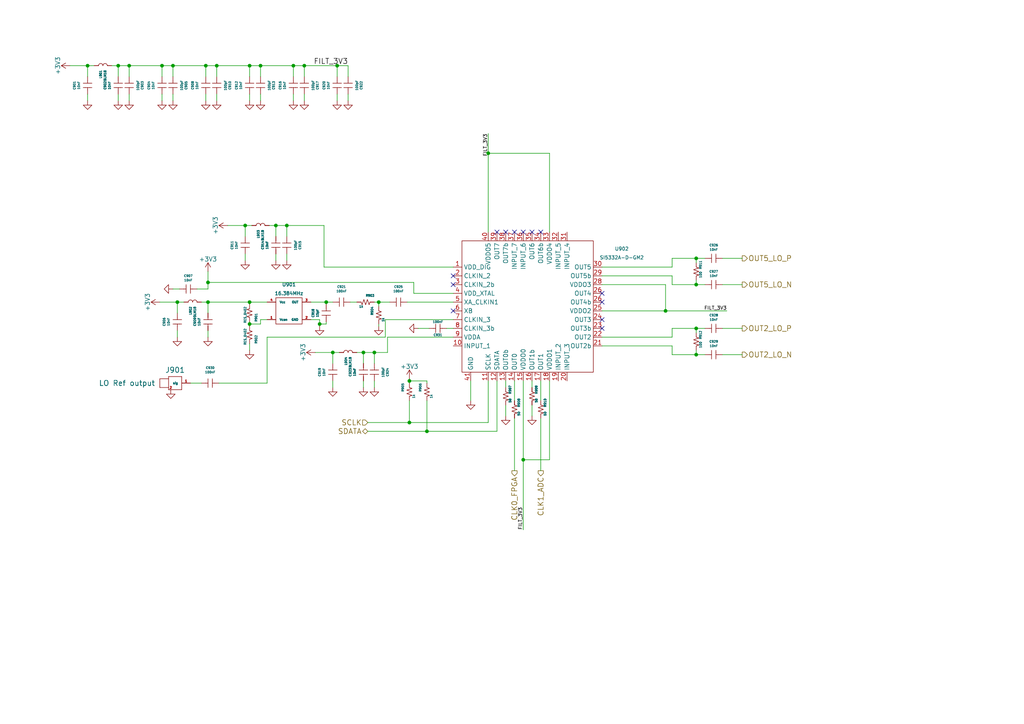
<source format=kicad_sch>
(kicad_sch (version 20211123) (generator eeschema)
  (paper "A4")
  (lib_symbols
    (symbol "SI5332:SI5332A-D-GM2"
      (property "Reference" "U" (at 0 25.4 0))
      (property "Value" "SI5332A-D-GM2" (at 0 27.94 0))
      (symbol "SI5332A-D-GM2_0_1"
        (rectangle (start -19.05 -19.05) (end 19.05 19.05) (stroke (width 0.1524)))
      )
      (symbol "SI5332A-D-GM2_1_1"
        (pin power_in line (at -21.59 11.43 0) (length 2.54) (name "VDD_DIG") (number "1"))
        (pin input line (at -21.59 -11.43 0) (length 2.54) (name "INPUT_1") (number "10"))
        (pin input line (at -11.43 -21.59 90) (length 2.54) (name "SCLK") (number "11"))
        (pin bidirectional line (at -8.89 -21.59 90) (length 2.54) (name "SDATA") (number "12"))
        (pin output line (at -6.35 -21.59 90) (length 2.54) (name "OUT0b") (number "13"))
        (pin output line (at -3.81 -21.59 90) (length 2.54) (name "OUT0") (number "14"))
        (pin power_in line (at -1.27 -21.59 90) (length 2.54) (name "VDDO0") (number "15"))
        (pin output line (at 1.27 -21.59 90) (length 2.54) (name "OUT1b") (number "16"))
        (pin output line (at 3.81 -21.59 90) (length 2.54) (name "OUT1") (number "17"))
        (pin power_in line (at 6.35 -21.59 90) (length 2.54) (name "VDDO1") (number "18"))
        (pin input line (at 8.89 -21.59 90) (length 2.54) (name "INPUT_2") (number "19"))
        (pin input line (at -21.59 8.89 0) (length 2.54) (name "CLKIN_2") (number "2"))
        (pin input line (at 11.43 -21.59 90) (length 2.54) (name "INPUT_3") (number "20"))
        (pin output line (at 21.59 -11.43 180) (length 2.54) (name "OUT2b") (number "21"))
        (pin output line (at 21.59 -8.89 180) (length 2.54) (name "OUT2") (number "22"))
        (pin output line (at 21.59 -6.35 180) (length 2.54) (name "OUT3b") (number "23"))
        (pin output line (at 21.59 -3.81 180) (length 2.54) (name "OUT3") (number "24"))
        (pin power_in line (at 21.59 -1.27 180) (length 2.54) (name "VDDO2") (number "25"))
        (pin output line (at 21.59 3.81 180) (length 2.54) (name "OUT4") (number "26"))
        (pin output line (at 21.59 1.27 180) (length 2.54) (name "OUT4b") (number "26"))
        (pin power_in line (at 21.59 6.35 180) (length 2.54) (name "VDDO3") (number "28"))
        (pin output line (at 21.59 8.89 180) (length 2.54) (name "OUT5b") (number "29"))
        (pin input line (at -21.59 6.35 0) (length 2.54) (name "CLKIN_2b") (number "3"))
        (pin output line (at 21.59 11.43 180) (length 2.54) (name "OUT5") (number "30"))
        (pin input line (at 11.43 21.59 270) (length 2.54) (name "INPUT_4") (number "31"))
        (pin input line (at 8.89 21.59 270) (length 2.54) (name "INPUT_5") (number "32"))
        (pin power_in line (at 6.35 21.59 270) (length 2.54) (name "VDDO4") (number "33"))
        (pin output line (at 3.81 21.59 270) (length 2.54) (name "OUT6b") (number "34"))
        (pin output line (at 1.27 21.59 270) (length 2.54) (name "OUT6") (number "35"))
        (pin input line (at -1.27 21.59 270) (length 2.54) (name "INPUT_6") (number "36"))
        (pin input line (at -3.81 21.59 270) (length 2.54) (name "INPUT_7") (number "37"))
        (pin output line (at -6.35 21.59 270) (length 2.54) (name "OUT7b") (number "38"))
        (pin output line (at -8.89 21.59 270) (length 2.54) (name "OUT7") (number "39"))
        (pin power_in line (at -21.59 3.81 0) (length 2.54) (name "VDD_XTAL") (number "4"))
        (pin power_in line (at -11.43 21.59 270) (length 2.54) (name "VDDO5") (number "40"))
        (pin power_in line (at -16.51 -21.59 90) (length 2.54) (name "GND") (number "41"))
        (pin input line (at -21.59 1.27 0) (length 2.54) (name "XA_CLKIN1") (number "5"))
        (pin input line (at -21.59 -1.27 0) (length 2.54) (name "XB") (number "6"))
        (pin input line (at -21.59 -3.81 0) (length 2.54) (name "CLKIN_3") (number "7"))
        (pin input line (at -21.59 -6.35 0) (length 2.54) (name "CLKIN_3b") (number "8"))
        (pin power_in line (at -21.59 -8.89 0) (length 2.54) (name "VDDA") (number "9"))
      )
    )
    (symbol "adccore-rescue:+3.3V" (power) (pin_names (offset 0))
      (property "Value" "+3.3V" (at 0 3.556 0))
      (symbol "+3.3V_0_1"
        (polyline (pts (xy -0.762 1.27) (xy 0 2.54)))
        (polyline (pts (xy 0 0) (xy 0 2.54)))
        (polyline (pts (xy 0 2.54) (xy 0.762 1.27)))
      )
      (symbol "+3.3V_1_1"
        (pin power_in line (at 0 0 90) (length 0) hide (name "+3V3") (number "1"))
      )
    )
    (symbol "adccore-rescue:GND" (power) (pin_names (offset 0))
      (property "Value" "GND" (at 0 -3.81 0))
      (symbol "GND_0_1"
        (polyline (pts (xy 0 0) (xy 0 -1.27) (xy 1.27 -1.27) (xy 0 -2.54) (xy -1.27 -1.27) (xy 0 -1.27)))
      )
      (symbol "GND_1_1"
        (pin power_in line (at 0 0 270) (length 0) hide (name "GND") (number "1"))
      )
    )
    (symbol "adccore-rescue:RES_0402" (pin_numbers hide) (pin_names (offset 0) hide)
      (property "Reference" "R" (at 0 -2.54 0))
      (property "Value" "RES_0402" (at 0 1.27 0))
      (symbol "RES_0402_0_1"
        (polyline (pts (xy -1.27 0) (xy -1.016 0.762) (xy -0.508 -0.762) (xy 0 0.762) (xy 0.508 -0.762) (xy 1.016 0.762) (xy 1.27 0)))
      )
      (symbol "RES_0402_1_1"
        (pin input line (at -2.54 0 0) (length 1.27) (name "1") (number "1"))
        (pin input line (at 2.54 0 180) (length 1.27) (name "2") (number "2"))
      )
    )
    (symbol "adccore-rescue:SMA_PCB" (pin_names (offset 1.016))
      (property "Reference" "J" (at 7.62 5.08 0))
      (property "Value" "SMA_PCB" (at 0 5.08 0))
      (symbol "SMA_PCB_0_1"
        (rectangle (start -5.08 -1.27) (end -2.54 -1.27))
        (rectangle (start -5.08 1.27) (end -5.08 -1.27))
        (rectangle (start -2.54 -1.905) (end 1.27 -1.905))
        (rectangle (start -2.54 1.27) (end -5.08 1.27))
        (rectangle (start -2.54 1.905) (end -2.54 -1.905))
        (rectangle (start -2.54 1.905) (end 1.27 1.905))
        (rectangle (start 1.27 -1.905) (end 1.27 1.905))
      )
      (symbol "SMA_PCB_1_1"
        (pin power_in line (at 3.81 0 180) (length 2.54) (name "sig") (number "1"))
        (pin power_in line (at -1.905 -1.905 0) (length 0) (name "~") (number "2"))
      )
    )
    (symbol "passives:CAP_0402" (pin_numbers hide) (pin_names (offset 0) hide)
      (property "Reference" "C" (at 0 -2.54 0))
      (property "Value" "CAP_0402" (at 0 1.905 0))
      (symbol "CAP_0402_0_1"
        (polyline (pts (xy -1.27 0) (xy -0.635 0)))
        (polyline (pts (xy -0.635 -1.27) (xy -0.635 1.27)))
        (polyline (pts (xy 0.635 -1.27) (xy 0.635 -0.635)))
        (polyline (pts (xy 0.635 0.635) (xy 0.635 -0.635)))
        (polyline (pts (xy 0.635 1.27) (xy 0.635 0.635)))
        (polyline (pts (xy 1.27 0) (xy 0.635 0)))
      )
      (symbol "CAP_0402_1_1"
        (pin passive line (at -2.54 0 0) (length 1.27) (name "~") (number "1"))
        (pin passive line (at 2.54 0 180) (length 1.27) (name "~") (number "2"))
      )
    )
    (symbol "passives:IND_0603" (pin_numbers hide) (pin_names (offset 0) hide)
      (property "Reference" "L" (at 0 -2.54 0))
      (property "Value" "IND_0603" (at 0 1.27 0))
      (symbol "IND_0603_0_1"
        (arc (start 0 0) (mid -0.635 0.635) (end -1.27 0))
        (arc (start 1.27 0) (mid 0.635 0.635) (end 0 0))
      )
      (symbol "IND_0603_1_1"
        (pin passive line (at -2.54 0 0) (length 1.27) (name "~") (number "1"))
        (pin passive line (at 2.54 0 180) (length 1.27) (name "~") (number "2"))
      )
    )
    (symbol "tcxo:TCXO_SMD_4P" (pin_names (offset 1.016))
      (property "Reference" "U" (at 0 0 0))
      (property "Value" "TCXO_SMD_4P" (at 0 5.08 0))
      (symbol "TCXO_SMD_4P_0_1"
        (rectangle (start -3.81 3.81) (end 3.81 -3.81))
      )
      (symbol "TCXO_SMD_4P_1_1"
        (pin input line (at -6.35 -2.54 0) (length 2.54) (name "Vcon") (number "1"))
        (pin power_in line (at 6.35 -2.54 180) (length 2.54) (name "GND") (number "2"))
        (pin output line (at 6.35 2.54 180) (length 2.54) (name "OUT") (number "3"))
        (pin power_in line (at -6.35 2.54 0) (length 2.54) (name "Vcc") (number "4"))
      )
    )
  )
  (junction (at 105.41 102.235))
  (junction (at 72.39 19.05))
  (junction (at 60.325 81.915))
  (junction (at 25.4 19.05))
  (junction (at 72.39 87.63))
  (junction (at 97.79 19.05))
  (junction (at 72.39 93.98))
  (junction (at 60.325 87.63))
  (junction (at 51.435 87.63))
  (junction (at 92.71 93.98))
  (junction (at 85.09 19.05))
  (junction (at 108.585 102.235))
  (junction (at 201.93 95.25))
  (junction (at 46.99 19.05))
  (junction (at 151.765 133.35))
  (junction (at 201.93 74.93))
  (junction (at 37.465 19.05))
  (junction (at 59.69 19.05))
  (junction (at 96.52 102.235))
  (junction (at 88.265 19.05))
  (junction (at 50.165 19.05))
  (junction (at 123.825 125.095))
  (junction (at 118.745 110.49))
  (junction (at 62.865 19.05))
  (junction (at 75.565 19.05))
  (junction (at 71.12 65.405))
  (junction (at 34.29 19.05))
  (junction (at 80.01 65.405))
  (junction (at 201.93 82.55))
  (junction (at 83.185 65.405))
  (junction (at 193.04 90.17))
  (junction (at 94.615 87.63))
  (junction (at 201.93 102.87))
  (junction (at 141.605 44.45))
  (junction (at 109.855 87.63))
  (junction (at 118.745 122.555))
  (no_connect (at 131.445 90.17))
  (no_connect (at 144.145 67.31))
  (no_connect (at 146.685 67.31))
  (no_connect (at 149.225 67.31))
  (no_connect (at 151.765 67.31))
  (no_connect (at 154.305 67.31))
  (no_connect (at 156.845 67.31))
  (no_connect (at 174.625 85.09))
  (no_connect (at 174.625 87.63))
  (no_connect (at 174.625 92.71))
  (no_connect (at 174.625 95.25))
  (no_connect (at 131.445 80.01))
  (no_connect (at 131.445 82.55))
  (wire (pts (xy 71.12 73.66) (xy 71.12 75.565)))
  (wire (pts (xy 50.165 19.05) (xy 50.165 22.225)))
  (wire (pts (xy 194.945 77.47) (xy 194.945 74.93)))
  (wire (pts (xy 72.39 87.63) (xy 77.47 87.63)))
  (wire (pts (xy 193.04 82.55) (xy 193.04 90.17)))
  (wire (pts (xy 194.945 100.33) (xy 194.945 102.87)))
  (wire (pts (xy 108.585 102.235) (xy 108.585 105.41)))
  (wire (pts (xy 174.625 77.47) (xy 194.945 77.47)))
  (wire (pts (xy 85.09 19.05) (xy 85.09 22.225)))
  (wire (pts (xy 112.395 97.79) (xy 112.395 102.235)))
  (wire (pts (xy 194.945 102.87) (xy 201.93 102.87)))
  (wire (pts (xy 59.69 19.05) (xy 59.69 22.225)))
  (wire (pts (xy 105.41 102.235) (xy 108.585 102.235)))
  (wire (pts (xy 105.41 102.235) (xy 105.41 105.41)))
  (wire (pts (xy 58.42 87.63) (xy 60.325 87.63)))
  (wire (pts (xy 154.305 117.475) (xy 154.305 120.65)))
  (wire (pts (xy 209.55 82.55) (xy 215.265 82.55)))
  (wire (pts (xy 62.865 19.05) (xy 72.39 19.05)))
  (wire (pts (xy 46.99 27.305) (xy 46.99 29.21)))
  (wire (pts (xy 80.01 73.66) (xy 80.01 75.565)))
  (wire (pts (xy 46.99 19.05) (xy 50.165 19.05)))
  (wire (pts (xy 201.93 102.87) (xy 201.93 101.6)))
  (wire (pts (xy 201.93 95.25) (xy 204.47 95.25)))
  (wire (pts (xy 174.625 80.01) (xy 194.945 80.01)))
  (wire (pts (xy 131.445 97.79) (xy 112.395 97.79)))
  (wire (pts (xy 109.855 93.98) (xy 109.855 94.615)))
  (wire (pts (xy 63.5 111.125) (xy 77.47 111.125)))
  (wire (pts (xy 94.615 87.63) (xy 94.615 88.265)))
  (wire (pts (xy 88.265 19.05) (xy 88.265 22.225)))
  (wire (pts (xy 72.39 87.63) (xy 72.39 88.265)))
  (wire (pts (xy 60.325 87.63) (xy 60.325 90.805)))
  (wire (pts (xy 52.07 83.82) (xy 50.165 83.82)))
  (wire (pts (xy 59.69 19.05) (xy 62.865 19.05)))
  (wire (pts (xy 105.41 110.49) (xy 105.41 112.395)))
  (wire (pts (xy 88.265 27.305) (xy 88.265 29.21)))
  (wire (pts (xy 159.385 44.45) (xy 141.605 44.45)))
  (wire (pts (xy 101.6 87.63) (xy 103.505 87.63)))
  (wire (pts (xy 96.52 102.235) (xy 98.425 102.235)))
  (wire (pts (xy 151.765 133.35) (xy 151.765 153.67)))
  (wire (pts (xy 120.015 85.09) (xy 120.015 81.915)))
  (wire (pts (xy 97.79 19.05) (xy 97.79 22.225)))
  (wire (pts (xy 60.325 83.82) (xy 57.15 83.82)))
  (wire (pts (xy 209.55 95.25) (xy 215.265 95.25)))
  (wire (pts (xy 88.265 19.05) (xy 97.79 19.05)))
  (wire (pts (xy 109.855 87.63) (xy 113.03 87.63)))
  (wire (pts (xy 60.325 87.63) (xy 72.39 87.63)))
  (wire (pts (xy 174.625 100.33) (xy 194.945 100.33)))
  (wire (pts (xy 201.93 102.87) (xy 204.47 102.87)))
  (wire (pts (xy 75.565 27.305) (xy 75.565 29.21)))
  (wire (pts (xy 93.98 65.405) (xy 83.185 65.405)))
  (wire (pts (xy 123.825 110.49) (xy 118.745 110.49)))
  (wire (pts (xy 149.225 121.285) (xy 149.225 136.525)))
  (wire (pts (xy 93.98 77.47) (xy 93.98 65.405)))
  (wire (pts (xy 34.29 19.05) (xy 37.465 19.05)))
  (wire (pts (xy 83.185 65.405) (xy 83.185 68.58)))
  (wire (pts (xy 85.09 19.05) (xy 88.265 19.05)))
  (wire (pts (xy 209.55 102.87) (xy 215.265 102.87)))
  (wire (pts (xy 71.12 65.405) (xy 71.12 68.58)))
  (wire (pts (xy 72.39 93.345) (xy 72.39 93.98)))
  (wire (pts (xy 80.01 65.405) (xy 83.185 65.405)))
  (wire (pts (xy 62.865 19.05) (xy 62.865 22.225)))
  (wire (pts (xy 136.525 110.49) (xy 136.525 116.205)))
  (wire (pts (xy 83.185 73.66) (xy 83.185 75.565)))
  (wire (pts (xy 108.585 110.49) (xy 108.585 112.395)))
  (wire (pts (xy 25.4 19.05) (xy 25.4 22.225)))
  (wire (pts (xy 80.01 65.405) (xy 80.01 68.58)))
  (wire (pts (xy 72.39 93.98) (xy 72.39 94.615)))
  (wire (pts (xy 210.82 90.17) (xy 193.04 90.17)))
  (wire (pts (xy 174.625 82.55) (xy 193.04 82.55)))
  (wire (pts (xy 71.12 65.405) (xy 73.025 65.405)))
  (wire (pts (xy 51.435 87.63) (xy 53.34 87.63)))
  (wire (pts (xy 90.17 87.63) (xy 94.615 87.63)))
  (wire (pts (xy 92.71 93.98) (xy 94.615 93.98)))
  (wire (pts (xy 209.55 74.93) (xy 215.265 74.93)))
  (wire (pts (xy 193.04 90.17) (xy 174.625 90.17)))
  (wire (pts (xy 123.825 125.095) (xy 144.145 125.095)))
  (wire (pts (xy 77.47 111.125) (xy 77.47 97.79)))
  (wire (pts (xy 154.305 110.49) (xy 154.305 112.395)))
  (wire (pts (xy 51.435 95.885) (xy 51.435 97.79)))
  (wire (pts (xy 37.465 19.05) (xy 37.465 22.225)))
  (wire (pts (xy 93.98 77.47) (xy 131.445 77.47)))
  (wire (pts (xy 62.865 27.305) (xy 62.865 29.21)))
  (wire (pts (xy 37.465 19.05) (xy 46.99 19.05)))
  (wire (pts (xy 72.39 19.05) (xy 72.39 22.225)))
  (wire (pts (xy 96.52 110.49) (xy 96.52 112.395)))
  (wire (pts (xy 72.39 19.05) (xy 75.565 19.05)))
  (wire (pts (xy 118.11 87.63) (xy 131.445 87.63)))
  (wire (pts (xy 159.385 133.35) (xy 151.765 133.35)))
  (wire (pts (xy 149.225 110.49) (xy 149.225 116.205)))
  (wire (pts (xy 106.68 125.095) (xy 123.825 125.095)))
  (wire (pts (xy 78.105 65.405) (xy 80.01 65.405)))
  (wire (pts (xy 46.355 87.63) (xy 51.435 87.63)))
  (wire (pts (xy 109.855 87.63) (xy 109.855 88.9)))
  (wire (pts (xy 100.965 22.225) (xy 100.965 19.05)))
  (wire (pts (xy 131.445 85.09) (xy 120.015 85.09)))
  (wire (pts (xy 85.09 27.305) (xy 85.09 29.21)))
  (wire (pts (xy 34.29 27.305) (xy 34.29 29.21)))
  (wire (pts (xy 106.68 122.555) (xy 118.745 122.555)))
  (wire (pts (xy 129.54 95.25) (xy 131.445 95.25)))
  (wire (pts (xy 194.945 74.93) (xy 201.93 74.93)))
  (wire (pts (xy 111.76 97.79) (xy 111.76 92.71)))
  (wire (pts (xy 144.145 125.095) (xy 144.145 110.49)))
  (wire (pts (xy 146.685 110.49) (xy 146.685 112.395)))
  (wire (pts (xy 50.165 19.05) (xy 59.69 19.05)))
  (wire (pts (xy 34.29 19.05) (xy 34.29 22.225)))
  (wire (pts (xy 201.93 82.55) (xy 204.47 82.55)))
  (wire (pts (xy 37.465 27.305) (xy 37.465 29.21)))
  (wire (pts (xy 94.615 87.63) (xy 96.52 87.63)))
  (wire (pts (xy 201.93 74.93) (xy 201.93 76.2)))
  (wire (pts (xy 108.585 87.63) (xy 109.855 87.63)))
  (wire (pts (xy 141.605 38.735) (xy 141.605 44.45)))
  (wire (pts (xy 91.44 102.235) (xy 96.52 102.235)))
  (wire (pts (xy 75.565 92.71) (xy 75.565 93.98)))
  (wire (pts (xy 194.945 97.79) (xy 194.945 95.25)))
  (wire (pts (xy 60.325 81.915) (xy 120.015 81.915)))
  (wire (pts (xy 90.17 92.71) (xy 92.71 92.71)))
  (wire (pts (xy 141.605 44.45) (xy 141.605 67.31)))
  (wire (pts (xy 118.745 122.555) (xy 141.605 122.555)))
  (wire (pts (xy 97.79 19.05) (xy 100.965 19.05)))
  (wire (pts (xy 156.845 121.285) (xy 156.845 136.525)))
  (wire (pts (xy 194.945 95.25) (xy 201.93 95.25)))
  (wire (pts (xy 60.325 78.74) (xy 60.325 81.915)))
  (wire (pts (xy 174.625 97.79) (xy 194.945 97.79)))
  (wire (pts (xy 32.385 19.05) (xy 34.29 19.05)))
  (wire (pts (xy 20.32 19.05) (xy 25.4 19.05)))
  (wire (pts (xy 59.69 27.305) (xy 59.69 29.21)))
  (wire (pts (xy 201.93 74.93) (xy 204.47 74.93)))
  (wire (pts (xy 118.745 110.49) (xy 118.745 111.125)))
  (wire (pts (xy 146.685 117.475) (xy 146.685 120.65)))
  (wire (pts (xy 156.845 110.49) (xy 156.845 116.205)))
  (wire (pts (xy 97.79 27.305) (xy 97.79 29.21)))
  (wire (pts (xy 72.39 27.305) (xy 72.39 29.21)))
  (wire (pts (xy 92.71 92.71) (xy 92.71 93.98)))
  (wire (pts (xy 159.385 67.31) (xy 159.385 44.45)))
  (wire (pts (xy 194.945 82.55) (xy 201.93 82.55)))
  (wire (pts (xy 51.435 87.63) (xy 51.435 90.805)))
  (wire (pts (xy 75.565 19.05) (xy 75.565 22.225)))
  (wire (pts (xy 25.4 19.05) (xy 27.305 19.05)))
  (wire (pts (xy 75.565 93.98) (xy 72.39 93.98)))
  (wire (pts (xy 118.745 116.205) (xy 118.745 122.555)))
  (wire (pts (xy 60.325 81.915) (xy 60.325 83.82)))
  (wire (pts (xy 141.605 122.555) (xy 141.605 110.49)))
  (wire (pts (xy 112.395 102.235) (xy 108.585 102.235)))
  (wire (pts (xy 46.99 19.05) (xy 46.99 22.225)))
  (wire (pts (xy 201.93 95.25) (xy 201.93 96.52)))
  (wire (pts (xy 60.325 95.885) (xy 60.325 97.79)))
  (wire (pts (xy 159.385 110.49) (xy 159.385 133.35)))
  (wire (pts (xy 50.165 27.305) (xy 50.165 29.21)))
  (wire (pts (xy 96.52 102.235) (xy 96.52 105.41)))
  (wire (pts (xy 121.285 95.25) (xy 124.46 95.25)))
  (wire (pts (xy 100.965 27.305) (xy 100.965 29.21)))
  (wire (pts (xy 25.4 27.305) (xy 25.4 29.21)))
  (wire (pts (xy 75.565 19.05) (xy 85.09 19.05)))
  (wire (pts (xy 201.93 82.55) (xy 201.93 81.28)))
  (wire (pts (xy 103.505 102.235) (xy 105.41 102.235)))
  (wire (pts (xy 92.71 93.98) (xy 92.71 94.615)))
  (wire (pts (xy 55.245 111.125) (xy 58.42 111.125)))
  (wire (pts (xy 66.04 65.405) (xy 71.12 65.405)))
  (wire (pts (xy 151.765 110.49) (xy 151.765 133.35)))
  (wire (pts (xy 77.47 92.71) (xy 75.565 92.71)))
  (wire (pts (xy 123.825 111.125) (xy 123.825 110.49)))
  (wire (pts (xy 194.945 80.01) (xy 194.945 82.55)))
  (wire (pts (xy 77.47 97.79) (xy 111.76 97.79)))
  (wire (pts (xy 94.615 93.345) (xy 94.615 93.98)))
  (wire (pts (xy 118.745 109.855) (xy 118.745 110.49)))
  (wire (pts (xy 123.825 116.205) (xy 123.825 125.095)))
  (wire (pts (xy 111.76 92.71) (xy 131.445 92.71)))
  (wire (pts (xy 72.39 99.695) (xy 72.39 101.6)))
  (label "FILT_3V3" (at 141.605 38.735 270) (effects (font (size 1 1))))
  (label "FILT_3V3" (at 210.82 90.17 180) (effects (font (size 1 1))))
  (label "FILT_3V3" (at 100.965 19.05 180) (effects (font (size 1.524 1.524))))
  (label "FILT_3V3" (at 151.765 153.67 90) (effects (font (size 1 1))))
  (hierarchical_label "CLK1_ADC" (shape output) (at 156.845 136.525 270) (effects (font (size 1.524 1.524))))
  (hierarchical_label "CLK0_FPGA" (shape output) (at 149.225 136.525 270) (effects (font (size 1.524 1.524))))
  (hierarchical_label "SCLK" (shape input) (at 106.68 122.555 180) (effects (font (size 1.524 1.524))))
  (hierarchical_label "OUT2_LO_N" (shape output) (at 215.265 102.87 0) (effects (font (size 1.524 1.524))))
  (hierarchical_label "OUT2_LO_P" (shape output) (at 215.265 95.25 0) (effects (font (size 1.524 1.524))))
  (hierarchical_label "OUT5_LO_N" (shape output) (at 215.265 82.55 0) (effects (font (size 1.524 1.524))))
  (hierarchical_label "OUT5_LO_P" (shape output) (at 215.265 74.93 0) (effects (font (size 1.524 1.524))))
  (hierarchical_label "SDATA" (shape bidirectional) (at 106.68 125.095 180) (effects (font (size 1.524 1.524))))
  (symbol (lib_id "adccore-rescue:GND") (at 100.965 29.21 0) (mirror y) (unit 1)
    (property "Reference" "#PWR0267" (effects hide))
    (property "Value" "GND" (effects hide))
  )
  (symbol (lib_id "adccore-rescue:RES_0402") (at 106.045 87.63 180) (unit 1)
    (property "Reference" "R903" (at 106.045 85.725 0) (effects (font (size 0.635 0.635)) (justify right)))
    (property "Value" "1k" (at 104.14 88.9 0) (effects (font (size 0.635 0.635)) (justify right)))
    (property "Footprint" "SM0402" (effects hide))
  )
  (symbol (lib_id "passives:CAP_0402") (at 207.01 74.93 0) (mirror x) (unit 1)
    (property "Reference" "C926" (at 207.01 71.12 0) (effects (font (size 0.635 0.635))))
    (property "Value" "10nF" (at 207.01 72.39 0) (effects (font (size 0.635 0.635))))
    (property "Footprint" "General_SMD:SM0402" (effects hide))
  )
  (symbol (lib_id "passives:CAP_0402") (at 96.52 107.95 90) (mirror x) (unit 1)
    (property "Reference" "C919" (at 92.71 107.95 0) (effects (font (size 0.635 0.635))))
    (property "Value" "10nF" (at 93.98 107.95 0) (effects (font (size 0.635 0.635))))
    (property "Footprint" "General_SMD:SM0402" (effects hide))
  )
  (symbol (lib_id "SI5332:SI5332A-D-GM2") (at 153.035 88.9 0) (unit 1)
    (property "Reference" "U902" (at 180.34 72.1613 0) (effects (font (size 1 1))))
    (property "Value" "SI5332A-D-GM2" (at 180.34 74.7013 0) (effects (font (size 1 1))))
    (property "Footprint" "QFN:SI5332A_QFN40_EP_5.9x5.9_Pitch0.5mm" (effects hide))
  )
  (symbol (lib_id "adccore-rescue:RES_0402") (at 123.825 113.665 270) (unit 1)
    (property "Reference" "R906" (at 121.92 113.665 0) (effects (font (size 0.635 0.635)) (justify right)))
    (property "Value" "1k" (at 125.095 115.57 0) (effects (font (size 0.635 0.635)) (justify right)))
    (property "Footprint" "SM0402" (effects hide))
  )
  (symbol (lib_id "adccore-rescue:+3.3V") (at 46.355 87.63 90) (unit 1)
    (property "Reference" "#PWR0285" (effects hide))
    (property "Value" "+3.3V" (at 42.799 87.63 0))
  )
  (symbol (lib_id "passives:CAP_0402") (at 105.41 107.95 90) (mirror x) (unit 1)
    (property "Reference" "C923" (at 101.6 107.95 0) (effects (font (size 0.635 0.635))))
    (property "Value" "10nF" (at 102.87 107.95 0) (effects (font (size 0.635 0.635))))
    (property "Footprint" "General_SMD:SM0402" (effects hide))
  )
  (symbol (lib_id "passives:CAP_0402") (at 60.96 111.125 0) (mirror x) (unit 1)
    (property "Reference" "C930" (at 60.96 106.68 0) (effects (font (size 0.635 0.635))))
    (property "Value" "100nF" (at 60.96 107.95 0) (effects (font (size 0.635 0.635))))
    (property "Footprint" "General_SMD:SM0402" (effects hide))
  )
  (symbol (lib_id "passives:CAP_0402") (at 72.39 24.765 90) (mirror x) (unit 1)
    (property "Reference" "C912" (at 68.58 24.765 0) (effects (font (size 0.635 0.635))))
    (property "Value" "10nF" (at 69.85 24.765 0) (effects (font (size 0.635 0.635))))
    (property "Footprint" "General_SMD:SM0402" (effects hide))
  )
  (symbol (lib_id "adccore-rescue:GND") (at 96.52 112.395 0) (mirror y) (unit 1)
    (property "Reference" "#PWR0271" (effects hide))
    (property "Value" "GND" (effects hide))
  )
  (symbol (lib_id "adccore-rescue:GND") (at 50.165 29.21 0) (mirror y) (unit 1)
    (property "Reference" "#PWR0292" (effects hide))
    (property "Value" "GND" (effects hide))
  )
  (symbol (lib_id "adccore-rescue:RES_0402") (at 146.685 114.935 270) (unit 1)
    (property "Reference" "R907" (at 147.955 114.3 0) (effects (font (size 0.635 0.635)) (justify right)))
    (property "Value" "50" (at 147.955 116.84 0) (effects (font (size 0.635 0.635)) (justify right)))
    (property "Footprint" "SM0402" (effects hide))
  )
  (symbol (lib_id "adccore-rescue:GND") (at 75.565 29.21 0) (mirror y) (unit 1)
    (property "Reference" "#PWR0296" (effects hide))
    (property "Value" "GND" (effects hide))
  )
  (symbol (lib_id "adccore-rescue:GND") (at 51.435 97.79 0) (mirror y) (unit 1)
    (property "Reference" "#PWR0283" (effects hide))
    (property "Value" "GND" (effects hide))
  )
  (symbol (lib_id "adccore-rescue:+3.3V") (at 60.325 78.74 0) (unit 1)
    (property "Reference" "#PWR0281" (effects hide))
    (property "Value" "+3.3V" (at 60.325 75.184 0))
  )
  (symbol (lib_id "adccore-rescue:GND") (at 108.585 112.395 0) (mirror y) (unit 1)
    (property "Reference" "#PWR0268" (effects hide))
    (property "Value" "GND" (effects hide))
  )
  (symbol (lib_id "passives:CAP_0402") (at 108.585 107.95 90) (unit 1)
    (property "Reference" "C924" (at 112.395 107.95 0) (effects (font (size 0.635 0.635))))
    (property "Value" "100pF" (at 111.125 107.95 0) (effects (font (size 0.635 0.635))))
    (property "Footprint" "General_SMD:SM0402" (effects hide))
  )
  (symbol (lib_id "adccore-rescue:GND") (at 37.465 29.21 0) (mirror y) (unit 1)
    (property "Reference" "#PWR0287" (effects hide))
    (property "Value" "GND" (effects hide))
  )
  (symbol (lib_id "passives:IND_0603") (at 29.845 19.05 0) (mirror y) (unit 1)
    (property "Reference" "L901" (at 29.21 20.32 90) (effects (font (size 0.635 0.635)) (justify right)))
    (property "Value" "BLM18" (at 30.48 20.32 90) (effects (font (size 0.635 0.635)) (justify right)))
    (property "Footprint" "SM0603" (effects hide))
  )
  (symbol (lib_id "adccore-rescue:GND") (at 85.09 29.21 0) (mirror y) (unit 1)
    (property "Reference" "#PWR0264" (effects hide))
    (property "Value" "GND" (effects hide))
  )
  (symbol (lib_id "adccore-rescue:RES_0402") (at 109.855 91.44 270) (unit 1)
    (property "Reference" "R904" (at 107.95 91.44 0) (effects (font (size 0.635 0.635)) (justify right)))
    (property "Value" "1k" (at 111.125 93.345 0) (effects (font (size 0.635 0.635)) (justify right)))
    (property "Footprint" "SM0402" (effects hide))
  )
  (symbol (lib_id "adccore-rescue:GND") (at 92.71 94.615 0) (mirror y) (unit 1)
    (property "Reference" "#PWR0273" (effects hide))
    (property "Value" "GND" (effects hide))
  )
  (symbol (lib_id "adccore-rescue:+3.3V") (at 20.32 19.05 90) (unit 1)
    (property "Reference" "#PWR0289" (effects hide))
    (property "Value" "+3.3V" (at 16.764 19.05 0))
  )
  (symbol (lib_id "passives:CAP_0402") (at 97.79 24.765 90) (mirror x) (unit 1)
    (property "Reference" "C920" (at 93.98 24.765 0) (effects (font (size 0.635 0.635))))
    (property "Value" "10nF" (at 95.25 24.765 0) (effects (font (size 0.635 0.635))))
    (property "Footprint" "General_SMD:SM0402" (effects hide))
  )
  (symbol (lib_id "passives:CAP_0402") (at 71.12 71.12 90) (mirror x) (unit 1)
    (property "Reference" "C911" (at 67.31 71.12 0) (effects (font (size 0.635 0.635))))
    (property "Value" "10nF" (at 68.58 71.12 0) (effects (font (size 0.635 0.635))))
    (property "Footprint" "General_SMD:SM0402" (effects hide))
  )
  (symbol (lib_id "adccore-rescue:GND") (at 83.185 75.565 0) (mirror y) (unit 1)
    (property "Reference" "#PWR0263" (effects hide))
    (property "Value" "GND" (effects hide))
  )
  (symbol (lib_id "passives:CAP_0402") (at 100.965 24.765 90) (unit 1)
    (property "Reference" "C922" (at 104.775 24.765 0) (effects (font (size 0.635 0.635))))
    (property "Value" "100pF" (at 103.505 24.765 0) (effects (font (size 0.635 0.635))))
    (property "Footprint" "General_SMD:SM0402" (effects hide))
  )
  (symbol (lib_id "passives:CAP_0402") (at 46.99 24.765 90) (mirror x) (unit 1)
    (property "Reference" "C904" (at 43.18 24.765 0) (effects (font (size 0.635 0.635))))
    (property "Value" "10nF" (at 44.45 24.765 0) (effects (font (size 0.635 0.635))))
    (property "Footprint" "General_SMD:SM0402" (effects hide))
  )
  (symbol (lib_id "passives:CAP_0402") (at 94.615 90.805 90) (mirror x) (unit 1)
    (property "Reference" "C918" (at 90.805 90.805 0) (effects (font (size 0.635 0.635))))
    (property "Value" "15pF" (at 92.075 90.805 0) (effects (font (size 0.635 0.635))))
    (property "Footprint" "General_SMD:SM0402" (effects hide))
  )
  (symbol (lib_id "adccore-rescue:GND") (at 80.01 75.565 0) (mirror y) (unit 1)
    (property "Reference" "#PWR0278" (effects hide))
    (property "Value" "GND" (effects hide))
  )
  (symbol (lib_id "passives:CAP_0402") (at 34.29 24.765 90) (mirror x) (unit 1)
    (property "Reference" "C902" (at 30.48 24.765 0) (effects (font (size 0.635 0.635))))
    (property "Value" "10nF" (at 31.75 24.765 0) (effects (font (size 0.635 0.635))))
    (property "Footprint" "General_SMD:SM0402" (effects hide))
  )
  (symbol (lib_id "adccore-rescue:GND") (at 50.165 83.82 270) (mirror x) (unit 1)
    (property "Reference" "#PWR0286" (effects hide))
    (property "Value" "GND" (effects hide))
  )
  (symbol (lib_id "passives:CAP_0402") (at 62.865 24.765 90) (unit 1)
    (property "Reference" "C910" (at 66.675 24.765 0) (effects (font (size 0.635 0.635))))
    (property "Value" "100pF" (at 65.405 24.765 0) (effects (font (size 0.635 0.635))))
    (property "Footprint" "General_SMD:SM0402" (effects hide))
  )
  (symbol (lib_id "passives:CAP_0402") (at 54.61 83.82 0) (mirror y) (unit 1)
    (property "Reference" "C907" (at 54.61 80.01 0) (effects (font (size 0.635 0.635))))
    (property "Value" "10nF" (at 54.61 81.28 0) (effects (font (size 0.635 0.635))))
    (property "Footprint" "General_SMD:SM0402" (effects hide))
  )
  (symbol (lib_id "passives:CAP_0402") (at 83.185 71.12 90) (unit 1)
    (property "Reference" "C915" (at 86.995 71.12 0) (effects (font (size 0.635 0.635))))
    (property "Value" "100pF" (at 85.725 71.12 0) (effects (font (size 0.635 0.635))))
    (property "Footprint" "General_SMD:SM0402" (effects hide))
  )
  (symbol (lib_id "adccore-rescue:+3.3V") (at 118.745 109.855 0) (unit 1)
    (property "Reference" "#PWR0270" (effects hide))
    (property "Value" "+3.3V" (at 118.745 106.299 0))
  )
  (symbol (lib_id "passives:CAP_0402") (at 25.4 24.765 90) (mirror x) (unit 1)
    (property "Reference" "C901" (at 21.59 24.765 0) (effects (font (size 0.635 0.635))))
    (property "Value" "10nF" (at 22.86 24.765 0) (effects (font (size 0.635 0.635))))
    (property "Footprint" "General_SMD:SM0402" (effects hide))
  )
  (symbol (lib_id "adccore-rescue:+3.3V") (at 91.44 102.235 90) (unit 1)
    (property "Reference" "#PWR0274" (effects hide))
    (property "Value" "+3.3V" (at 87.884 102.235 0))
  )
  (symbol (lib_id "passives:CAP_0402") (at 80.01 71.12 90) (mirror x) (unit 1)
    (property "Reference" "C914" (at 76.2 71.12 0) (effects (font (size 0.635 0.635))))
    (property "Value" "10nF" (at 77.47 71.12 0) (effects (font (size 0.635 0.635))))
    (property "Footprint" "General_SMD:SM0402" (effects hide))
  )
  (symbol (lib_id "adccore-rescue:RES_0402") (at 201.93 99.06 270) (unit 1)
    (property "Reference" "R912" (at 203.2 98.425 0) (effects (font (size 0.635 0.635)) (justify right)))
    (property "Value" "100" (at 203.2 100.965 0) (effects (font (size 0.635 0.635)) (justify right)))
    (property "Footprint" "SM0402" (effects hide))
  )
  (symbol (lib_id "adccore-rescue:+3.3V") (at 66.04 65.405 90) (unit 1)
    (property "Reference" "#PWR0280" (effects hide))
    (property "Value" "+3.3V" (at 62.484 65.405 0))
  )
  (symbol (lib_id "passives:CAP_0402") (at 59.69 24.765 90) (mirror x) (unit 1)
    (property "Reference" "C908" (at 55.88 24.765 0) (effects (font (size 0.635 0.635))))
    (property "Value" "10nF" (at 57.15 24.765 0) (effects (font (size 0.635 0.635))))
    (property "Footprint" "General_SMD:SM0402" (effects hide))
  )
  (symbol (lib_id "passives:CAP_0402") (at 207.01 95.25 0) (mirror x) (unit 1)
    (property "Reference" "C928" (at 207.01 91.44 0) (effects (font (size 0.635 0.635))))
    (property "Value" "10nF" (at 207.01 92.71 0) (effects (font (size 0.635 0.635))))
    (property "Footprint" "General_SMD:SM0402" (effects hide))
  )
  (symbol (lib_id "adccore-rescue:RES_0402") (at 156.845 118.745 270) (unit 1)
    (property "Reference" "R910" (at 158.115 118.11 0) (effects (font (size 0.635 0.635)) (justify right)))
    (property "Value" "50" (at 158.115 120.65 0) (effects (font (size 0.635 0.635)) (justify right)))
    (property "Footprint" "SM0402" (effects hide))
  )
  (symbol (lib_id "passives:CAP_0402") (at 37.465 24.765 90) (unit 1)
    (property "Reference" "C903" (at 41.275 24.765 0) (effects (font (size 0.635 0.635))))
    (property "Value" "100pF" (at 40.005 24.765 0) (effects (font (size 0.635 0.635))))
    (property "Footprint" "General_SMD:SM0402" (effects hide))
  )
  (symbol (lib_id "adccore-rescue:GND") (at 46.99 29.21 0) (mirror y) (unit 1)
    (property "Reference" "#PWR0291" (effects hide))
    (property "Value" "GND" (effects hide))
  )
  (symbol (lib_id "passives:CAP_0402") (at 50.165 24.765 90) (unit 1)
    (property "Reference" "C905" (at 53.975 24.765 0) (effects (font (size 0.635 0.635))))
    (property "Value" "100pF" (at 52.705 24.765 0) (effects (font (size 0.635 0.635))))
    (property "Footprint" "General_SMD:SM0402" (effects hide))
  )
  (symbol (lib_id "passives:CAP_0402") (at 99.06 87.63 0) (mirror x) (unit 1)
    (property "Reference" "C921" (at 99.06 83.185 0) (effects (font (size 0.635 0.635))))
    (property "Value" "100nF" (at 99.06 84.455 0) (effects (font (size 0.635 0.635))))
    (property "Footprint" "General_SMD:SM0402" (effects hide))
  )
  (symbol (lib_id "passives:CAP_0402") (at 85.09 24.765 90) (mirror x) (unit 1)
    (property "Reference" "C916" (at 81.28 24.765 0) (effects (font (size 0.635 0.635))))
    (property "Value" "10nF" (at 82.55 24.765 0) (effects (font (size 0.635 0.635))))
    (property "Footprint" "General_SMD:SM0402" (effects hide))
  )
  (symbol (lib_id "passives:IND_0603") (at 55.88 87.63 0) (mirror y) (unit 1)
    (property "Reference" "L902" (at 55.245 88.9 90) (effects (font (size 0.635 0.635)) (justify right)))
    (property "Value" "BLM18" (at 56.515 88.9 90) (effects (font (size 0.635 0.635)) (justify right)))
    (property "Footprint" "SM0603" (effects hide))
  )
  (symbol (lib_id "adccore-rescue:GND") (at 146.685 120.65 0) (unit 1)
    (property "Reference" "#PWR0277" (effects hide))
    (property "Value" "GND" (effects hide))
  )
  (symbol (lib_id "passives:CAP_0402") (at 207.01 82.55 0) (mirror x) (unit 1)
    (property "Reference" "C927" (at 207.01 78.74 0) (effects (font (size 0.635 0.635))))
    (property "Value" "10nF" (at 207.01 80.01 0) (effects (font (size 0.635 0.635))))
    (property "Footprint" "General_SMD:SM0402" (effects hide))
  )
  (symbol (lib_id "adccore-rescue:GND") (at 72.39 101.6 0) (mirror y) (unit 1)
    (property "Reference" "#PWR0282" (effects hide))
    (property "Value" "GND" (effects hide))
  )
  (symbol (lib_id "adccore-rescue:GND") (at 59.69 29.21 0) (mirror y) (unit 1)
    (property "Reference" "#PWR0294" (effects hide))
    (property "Value" "GND" (effects hide))
  )
  (symbol (lib_id "adccore-rescue:GND") (at 71.12 75.565 0) (mirror y) (unit 1)
    (property "Reference" "#PWR0279" (effects hide))
    (property "Value" "GND" (effects hide))
  )
  (symbol (lib_id "passives:IND_0603") (at 100.965 102.235 0) (mirror y) (unit 1)
    (property "Reference" "L904" (at 100.33 103.505 90) (effects (font (size 0.635 0.635)) (justify right)))
    (property "Value" "BLM18" (at 101.6 103.505 90) (effects (font (size 0.635 0.635)) (justify right)))
    (property "Footprint" "SM0603" (effects hide))
  )
  (symbol (lib_id "adccore-rescue:RES_0402") (at 118.745 113.665 270) (unit 1)
    (property "Reference" "R905" (at 116.84 113.665 0) (effects (font (size 0.635 0.635)) (justify right)))
    (property "Value" "1k" (at 120.015 115.57 0) (effects (font (size 0.635 0.635)) (justify right)))
    (property "Footprint" "SM0402" (effects hide))
  )
  (symbol (lib_id "adccore-rescue:GND") (at 25.4 29.21 0) (mirror y) (unit 1)
    (property "Reference" "#PWR0290" (effects hide))
    (property "Value" "GND" (effects hide))
  )
  (symbol (lib_id "adccore-rescue:GND") (at 154.305 120.65 0) (unit 1)
    (property "Reference" "#PWR0275" (effects hide))
    (property "Value" "GND" (effects hide))
  )
  (symbol (lib_id "adccore-rescue:GND") (at 97.79 29.21 0) (mirror y) (unit 1)
    (property "Reference" "#PWR0266" (effects hide))
    (property "Value" "GND" (effects hide))
  )
  (symbol (lib_id "adccore-rescue:SMA_PCB") (at 51.435 111.125 0) (unit 1)
    (property "Reference" "J901" (at 50.8 107.315 0) (effects (font (size 1.524 1.524))))
    (property "Value" "LO Ref output" (at 36.83 111.125 0) (effects (font (size 1.524 1.524))))
    (property "Footprint" "Connectors_RF:SMA_AMP_132255-12" (effects hide))
  )
  (symbol (lib_id "adccore-rescue:GND") (at 136.525 116.205 0) (unit 1)
    (property "Reference" "#PWR0276" (effects hide))
    (property "Value" "GND" (effects hide))
  )
  (symbol (lib_id "adccore-rescue:GND") (at 109.855 94.615 0) (mirror y) (unit 1)
    (property "Reference" "#PWR0269" (effects hide))
    (property "Value" "GND" (effects hide))
  )
  (symbol (lib_id "adccore-rescue:GND") (at 60.325 97.79 0) (mirror y) (unit 1)
    (property "Reference" "#PWR0284" (effects hide))
    (property "Value" "GND" (effects hide))
  )
  (symbol (lib_id "adccore-rescue:GND") (at 105.41 112.395 0) (mirror y) (unit 1)
    (property "Reference" "#PWR0272" (effects hide))
    (property "Value" "GND" (effects hide))
  )
  (symbol (lib_id "passives:CAP_0402") (at 115.57 87.63 0) (mirror x) (unit 1)
    (property "Reference" "C925" (at 115.57 83.185 0) (effects (font (size 0.635 0.635))))
    (property "Value" "100nF" (at 115.57 84.455 0) (effects (font (size 0.635 0.635))))
    (property "Footprint" "General_SMD:SM0402" (effects hide))
  )
  (symbol (lib_id "adccore-rescue:RES_0402") (at 72.39 97.155 270) (unit 1)
    (property "Reference" "R902" (at 74.295 97.155 0) (effects (font (size 0.635 0.635)) (justify left)))
    (property "Value" "RES_0402" (at 71.12 95.25 0) (effects (font (size 0.635 0.635)) (justify left)))
    (property "Footprint" "SM0402" (effects hide))
  )
  (symbol (lib_id "passives:CAP_0402") (at 127 95.25 0) (mirror x) (unit 1)
    (property "Reference" "C931" (at 127 97.155 0) (effects (font (size 0.635 0.635))))
    (property "Value" "100nF" (at 127 93.345 0) (effects (font (size 0.635 0.635))))
    (property "Footprint" "General_SMD:SM0402" (effects hide))
  )
  (symbol (lib_id "passives:CAP_0402") (at 207.01 102.87 0) (mirror x) (unit 1)
    (property "Reference" "C929" (at 207.01 99.06 0) (effects (font (size 0.635 0.635))))
    (property "Value" "10nF" (at 207.01 100.33 0) (effects (font (size 0.635 0.635))))
    (property "Footprint" "General_SMD:SM0402" (effects hide))
  )
  (symbol (lib_id "adccore-rescue:RES_0402") (at 72.39 90.805 90) (unit 1)
    (property "Reference" "R901" (at 74.295 90.805 0) (effects (font (size 0.635 0.635)) (justify right)))
    (property "Value" "RES_0402" (at 71.12 88.9 0) (effects (font (size 0.635 0.635)) (justify right)))
    (property "Footprint" "SM0402" (effects hide))
  )
  (symbol (lib_id "passives:CAP_0402") (at 60.325 93.345 90) (mirror x) (unit 1)
    (property "Reference" "C909" (at 56.515 93.345 0) (effects (font (size 0.635 0.635))))
    (property "Value" "10nF" (at 57.785 93.345 0) (effects (font (size 0.635 0.635))))
    (property "Footprint" "General_SMD:SM0402" (effects hide))
  )
  (symbol (lib_id "adccore-rescue:RES_0402") (at 149.225 118.745 270) (unit 1)
    (property "Reference" "R908" (at 150.495 118.11 0) (effects (font (size 0.635 0.635)) (justify right)))
    (property "Value" "50" (at 150.495 120.65 0) (effects (font (size 0.635 0.635)) (justify right)))
    (property "Footprint" "SM0402" (effects hide))
  )
  (symbol (lib_id "passives:CAP_0402") (at 51.435 93.345 90) (mirror x) (unit 1)
    (property "Reference" "C906" (at 47.625 93.345 0) (effects (font (size 0.635 0.635))))
    (property "Value" "10nF" (at 48.895 93.345 0) (effects (font (size 0.635 0.635))))
    (property "Footprint" "General_SMD:SM0402" (effects hide))
  )
  (symbol (lib_id "passives:CAP_0402") (at 88.265 24.765 90) (unit 1)
    (property "Reference" "C917" (at 92.075 24.765 0) (effects (font (size 0.635 0.635))))
    (property "Value" "100pF" (at 90.805 24.765 0) (effects (font (size 0.635 0.635))))
    (property "Footprint" "General_SMD:SM0402" (effects hide))
  )
  (symbol (lib_id "adccore-rescue:GND") (at 34.29 29.21 0) (mirror y) (unit 1)
    (property "Reference" "#PWR0288" (effects hide))
    (property "Value" "GND" (effects hide))
  )
  (symbol (lib_id "adccore-rescue:GND") (at 49.53 113.03 0) (mirror y) (unit 1)
    (property "Reference" "#PWR0107" (effects hide))
    (property "Value" "GND" (effects hide))
  )
  (symbol (lib_id "passives:IND_0603") (at 75.565 65.405 0) (mirror y) (unit 1)
    (property "Reference" "L903" (at 74.93 66.675 90) (effects (font (size 0.635 0.635)) (justify right)))
    (property "Value" "BLM18" (at 76.2 66.675 90) (effects (font (size 0.635 0.635)) (justify right)))
    (property "Footprint" "SM0603" (effects hide))
  )
  (symbol (lib_id "adccore-rescue:GND") (at 72.39 29.21 0) (mirror y) (unit 1)
    (property "Reference" "#PWR0295" (effects hide))
    (property "Value" "GND" (effects hide))
  )
  (symbol (lib_id "passives:CAP_0402") (at 75.565 24.765 90) (unit 1)
    (property "Reference" "C913" (at 79.375 24.765 0) (effects (font (size 0.635 0.635))))
    (property "Value" "100pF" (at 78.105 24.765 0) (effects (font (size 0.635 0.635))))
    (property "Footprint" "General_SMD:SM0402" (effects hide))
  )
  (symbol (lib_id "tcxo:TCXO_SMD_4P") (at 83.82 90.17 0) (unit 1)
    (property "Reference" "U901" (at 83.82 82.55 0) (effects (font (size 0.9906 0.9906))))
    (property "Value" "16.384MHz" (at 83.82 85.09 0) (effects (font (size 0.9906 0.9906))))
    (property "Footprint" "Oscillators:IQD_CFPT-126" (effects hide))
  )
  (symbol (lib_id "adccore-rescue:GND") (at 121.285 95.25 270) (mirror x) (unit 1)
    (property "Reference" "#PWR0108" (effects hide))
    (property "Value" "GND" (effects hide))
  )
  (symbol (lib_id "adccore-rescue:GND") (at 88.265 29.21 0) (mirror y) (unit 1)
    (property "Reference" "#PWR0265" (effects hide))
    (property "Value" "GND" (effects hide))
  )
  (symbol (lib_id "adccore-rescue:RES_0402") (at 201.93 78.74 270) (unit 1)
    (property "Reference" "R911" (at 203.2 78.105 0) (effects (font (size 0.635 0.635)) (justify right)))
    (property "Value" "100" (at 203.2 80.645 0) (effects (font (size 0.635 0.635)) (justify right)))
    (property "Footprint" "SM0402" (effects hide))
  )
  (symbol (lib_id "adccore-rescue:RES_0402") (at 154.305 114.935 270) (unit 1)
    (property "Reference" "R909" (at 155.575 114.3 0) (effects (font (size 0.635 0.635)) (justify right)))
    (property "Value" "50" (at 155.575 116.84 0) (effects (font (size 0.635 0.635)) (justify right)))
    (property "Footprint" "SM0402" (effects hide))
  )
  (symbol (lib_id "adccore-rescue:GND") (at 62.865 29.21 0) (mirror y) (unit 1)
    (property "Reference" "#PWR0293" (effects hide))
    (property "Value" "GND" (effects hide))
  )
)
</source>
